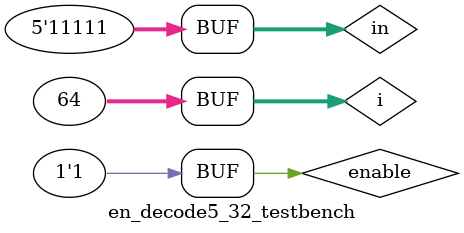
<source format=sv>
`timescale 1ns/10ps	

module en_decode5_32 (out, in, enable);
		output logic [31:0] out;
		input logic   [4:0] in;
		input logic     enable;
		
		logic ni, nia0, nia1;
	
		parameter delay = 0.05;
		
		// Last input bit acts as enable bit, so it must be
		// anded with enable to activate/deactivate the lower decoders.
		
		not #delay (ni, in[4]);
		and #delay (nia0, ni, enable);
		and #delay (nia1, in[4], enable);
		
		// Last input bit is connected to enable
		// which picks between the two decoders.
		// as the last input bit determines if you are
		// in the lower or upper half of the number range.
		
		en_decode4_16 ed0 (out[15:0], in[3:0], nia0);
		en_decode4_16 ed1 (out[31:16], in[3:0], nia1);
endmodule

module en_decode5_32_testbench ();
		logic [31:0] out;
		logic [4:0] in;
		logic enable;
		
		en_decode5_32 dut (.out, .in, .enable);
		
		integer i;

		initial begin
				for(i=0; i<64; i++) begin
						{in, enable} = i; #10;
				end
		end
endmodule
</source>
